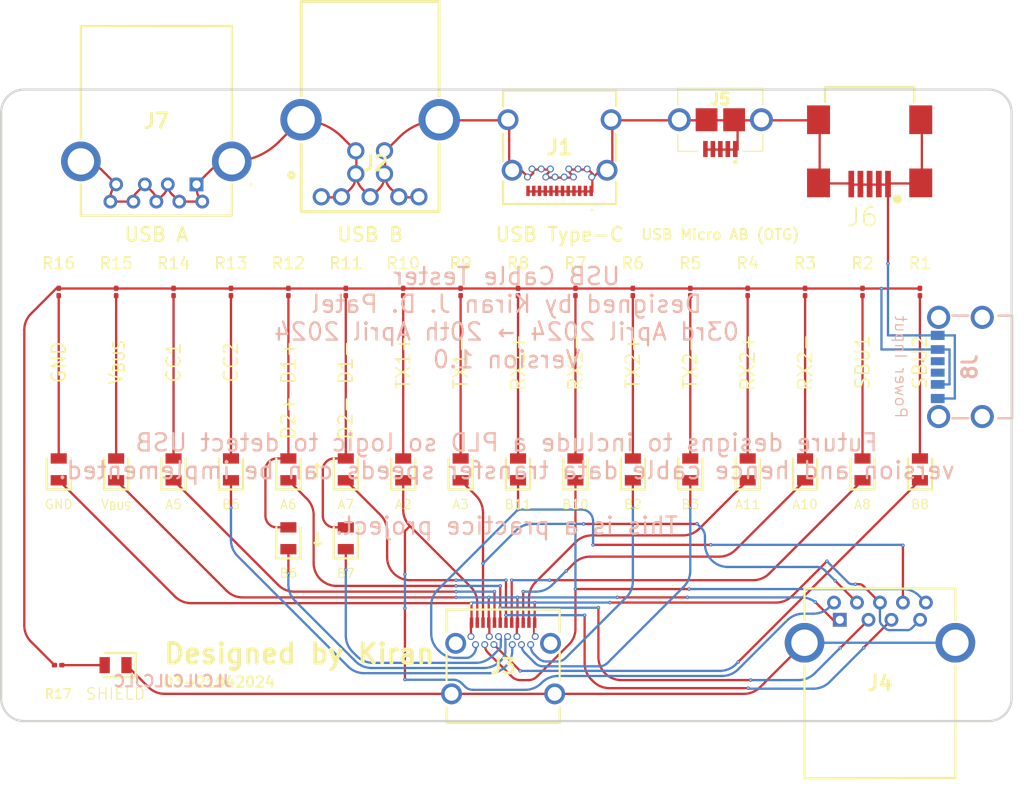
<source format=kicad_pcb>
(kicad_pcb (version 20240108) (generator "pcbnew") (generator_version "8.0")
  (layers (0 "F.Cu" signal) (31 "B.Cu" signal) (34 "B.Paste" user) (35 "F.Paste" user) (36 "B.SilkS" user "B.Silkscreen") (37 "F.SilkS" user "F.Silkscreen") (38 "B.Mask" user) (39 "F.Mask" user) (44 "Edge.Cuts" user))
  (net 0 "")
  (net 1 "+3V3")
  (net 2 "Net-(LED1-A)")
  (net 3 "Net-(LED2-A)")
  (net 4 "Net-(LED3-A)")
  (net 5 "Net-(LED4-A)")
  (net 6 "Net-(LED5-A)")
  (net 7 "Net-(LED6-A)")
  (net 8 "Net-(LED7-A)")
  (net 9 "Net-(LED8-A)")
  (net 10 "Net-(LED9-A)")
  (net 11 "Net-(LED10-A)")
  (net 12 "Net-(LED11-A)")
  (net 13 "Net-(LED13-A)")
  (net 14 "Net-(LED14-A)")
  (net 15 "Net-(LED15-A)")
  (net 16 "Net-(LED16-A)")
  (net 17 "A6")
  (net 18 "GND")
  (net 19 "A8")
  (net 20 "A11")
  (net 21 "A3")
  (net 22 "B5")
  (net 23 "A7")
  (net 24 "A5")
  (net 25 "B8")
  (net 26 "A10")
  (net 27 "B11")
  (net 28 "Net-(LED17-A)")
  (net 29 "V_{BUS}")
  (net 30 "SHIELD")
  (net 31 "Net-(LED19-A)")
  (net 32 "B7")
  (net 33 "A2")
  (net 34 "B10")
  (net 35 "B6")
  (net 36 "B3")
  (net 37 "B2")
  (net 38 "GNDPWR")
  (footprint "USBAB2:USB309030A" (layer "F.Cu") (at 122.635 32.6275 180)
    (property "Reference" "J5")
    (property "Value" "USB_OTG_MICRO" (hide yes))
  )
  (footprint "Resistor_SMD:R_0201_0603Metric" (layer "F.Cu") (at 100.015 47.6275 90)
    (property "Reference" "R9")
    (property "Value" "R" (hide yes))
  )
  (footprint "APHCM2012SECK-F01 SMD LED:LEDC2012X50N" (layer "F.Cu") (at 85.015 69.0775 90)
    (property "Reference" "LED11" (hide yes))
    (property "Value" "D2+" (hide yes))
  )
  (footprint "Resistor_SMD:R_0201_0603Metric" (layer "F.Cu") (at 120.015 47.6275 90)
    (property "Reference" "R5")
    (property "Value" "R" (hide yes))
  )
  (footprint "APHCM2012SECK-F01 SMD LED:LEDC2012X50N" (layer "F.Cu") (at 120.015 63.0775 90)
    (property "Reference" "LED5" (hide yes))
    (property "Value" "TX2-" (hide yes))
  )
  (footprint "Resistor_SMD:R_0201_0603Metric" (layer "F.Cu") (at 80.015 47.6275 90)
    (property "Reference" "R13")
    (property "Value" "R" (hide yes))
  )
  (footprint "Resistor_SMD:R_0201_0603Metric" (layer "F.Cu") (at 130.015 47.6275 90)
    (property "Reference" "R3")
    (property "Value" "R" (hide yes))
  )
  (footprint "Resistor_SMD:R_0201_0603Metric" (layer "F.Cu") (at 115.015 47.6275 90)
    (property "Reference" "R6")
    (property "Value" "R" (hide yes))
  )
  (footprint "APHCM2012SECK-F01 SMD LED:LEDC2012X50N" (layer "F.Cu") (at 130.015 63.0775 90)
    (property "Reference" "LED3" (hide yes))
    (property "Value" "RX2-" (hide yes))
  )
  (footprint "USBBMini2:GCT_USB2066-05-RBHM-XX-STB-00-01-A_REVD" (layer "F.Cu") (at 135.635 35.6275 180)
    (property "Reference" "J6")
    (property "Value" "USB Mini B")
  )
  (footprint "USB4056-03-A Type C Socket:USB405603A" (layer "F.Cu") (at 103.715 82.6275)
    (property "Reference" "J3")
    (property "Value" "USB_C_Receptacle" (hide yes))
  )
  (footprint "APHCM2012SECK-F01 SMD LED:LEDC2012X50N" (layer "F.Cu") (at 75.015 63.0775 90)
    (property "Reference" "LED14" (hide yes))
    (property "Value" "CC1" (hide yes))
  )
  (footprint "USBA3:USB1135159LB" (layer "F.Cu") (at 77.015 38.2575 180)
    (property "Reference" "J7")
    (property "Value" "USB3_A" (hide yes))
  )
  (footprint "USBA3:USB1135159LB" (layer "F.Cu") (at 133.035 76.1775)
    (property "Reference" "J4")
    (property "Value" "USB3_A" (hide yes))
  )
  (footprint "Resistor_SMD:R_0201_0603Metric" (layer "F.Cu") (at 140.015 47.6275 90)
    (property "Reference" "R1")
    (property "Value" "R" (hide yes))
  )
  (footprint "USB4056-03-A Type C Socket:USB405603A" (layer "F.Cu") (at 108.635 32.6275 180)
    (property "Reference" "J1")
    (property "Value" "USB_C_Receptacle" (hide yes))
  )
  (footprint "APHCM2012SECK-F01 SMD LED:LEDC2012X50N" (layer "F.Cu") (at 100.015 63.0775 90)
    (property "Reference" "LED9" (hide yes))
    (property "Value" "TX1-" (hide yes))
  )
  (footprint "Resistor_SMD:R_0201_0603Metric" (layer "F.Cu") (at 105.015 47.6275 90)
    (property "Reference" "R8")
    (property "Value" "R" (hide yes))
  )
  (footprint "APHCM2012SECK-F01 SMD LED:LEDC2012X50N" (layer "F.Cu") (at 140.015 63.0775 90)
    (property "Reference" "LED1" (hide yes))
    (property "Value" "SBU2" (hide yes))
  )
  (footprint "APHCM2012SECK-F01 SMD LED:LEDC2012X50N" (layer "F.Cu") (at 125.015 63.0775 90)
    (property "Reference" "LED4" (hide yes))
    (property "Value" "RX2+" (hide yes))
  )
  (footprint "USBB3:WR-COM_USB_TYPE_B" (layer "F.Cu") (at 92.135 32.6275 180)
    (property "Reference" "J2")
    (property "Value" "USB3_B" (hide yes))
  )
  (footprint "APHCM2012SECK-F01 SMD LED:LEDC2012X50N" (layer "F.Cu") (at 65.015 63.0775 90)
    (property "Reference" "LED16" (hide yes))
    (property "Value" "GND" (hide yes))
  )
  (footprint "Resistor_SMD:R_0201_0603Metric" (layer "F.Cu") (at 65.015 47.6275 90)
    (property "Reference" "R16")
    (property "Value" "R" (hide yes))
  )
  (footprint "APHCM2012SECK-F01 SMD LED:LEDC2012X50N" (layer "F.Cu") (at 80.015 63.0775 90)
    (property "Reference" "LED13" (hide yes))
    (property "Value" "CC2" (hide yes))
  )
  (footprint "APHCM2012SECK-F01 SMD LED:LEDC2012X50N" (layer "F.Cu") (at 90.015 63.0775 90)
    (property "Reference" "LED17" (hide yes))
    (property "Value" "D1-" (hide yes))
  )
  (footprint "APHCM2012SECK-F01 SMD LED:LEDC2012X50N" (layer "F.Cu") (at 105.015 63.0775 90)
    (property "Reference" "LED8" (hide yes))
    (property "Value" "RX1+" (hide yes))
  )
  (footprint "APHCM2012SECK-F01 SMD LED:LEDC2012X50N" (layer "F.Cu") (at 90.015 69.0775 90)
    (property "Reference" "LED18" (hide yes))
    (property "Value" "D2-" (hide yes))
  )
  (footprint "APHCM2012SECK-F01 SMD LED:LEDC2012X50N" (layer "F.Cu") (at 85.015 63.0775 90)
    (property "Reference" "LED12" (hide yes))
    (property "Value" "D1+" (hide yes))
  )
  (footprint "Resistor_SMD:R_0201_0603Metric" (layer "F.Cu") (at 125.015 47.6275 90)
    (property "Reference" "R4")
    (property "Value" "R" (hide yes))
  )
  (footprint "APHCM2012SECK-F01 SMD LED:LEDC2012X50N" (layer "F.Cu") (at 69.965 80.1275 180)
    (property "Reference" "LED19" (hide yes))
    (property "Value" "SHIELD" (hide yes))
  )
  (footprint "APHCM2012SECK-F01 SMD LED:LEDC2012X50N" (layer "F.Cu") (at 115.015 63.0775 90)
    (property "Reference" "LED6" (hide yes))
    (property "Value" "TX2+" (hide yes))
  )
  (footprint "Resistor_SMD:R_0201_0603Metric" (layer "F.Cu") (at 135.015 47.6275 90)
    (property "Reference" "R2")
    (property "Value" "R" (hide yes))
  )
  (footprint "Resistor_SMD:R_0201_0603Metric" (layer "F.Cu") (at 70.015 47.6275 90)
    (property "Reference" "R15")
    (property "Value" "R" (hide yes))
  )
  (footprint "Resistor_SMD:R_0201_0603Metric" (layer "F.Cu") (at 85.015 47.6275 90)
    (property "Reference" "R12")
    (property "Value" "R" (hide yes))
  )
  (footprint "Resistor_SMD:R_0201_0603Metric" (layer "F.Cu") (at 95.015 47.6275 90)
    (property "Reference" "R10")
    (property "Value" "R" (hide yes))
  )
  (footprint "APHCM2012SECK-F01 SMD LED:LEDC2012X50N" (layer "F.Cu") (at 110.015 63.0775 90)
    (property "Reference" "LED7" (hide yes))
    (property "Value" "RX1-" (hide yes))
  )
  (footprint "Resistor_SMD:R_0201_0603Metric" (layer "F.Cu") (at 110.015 47.6275 90)
    (property "Reference" "R7")
    (property "Value" "R" (hide yes))
  )
  (footprint "APHCM2012SECK-F01 SMD LED:LEDC2012X50N" (layer "F.Cu") (at 95.015 63.0775 90)
    (property "Reference" "LED10" (hide yes))
    (property "Value" "TX1+" (hide yes))
  )
  (footprint "Resistor_SMD:R_0201_0603Metric" (layer "F.Cu") (at 90.015 47.6275 90)
    (property "Reference" "R11")
    (property "Value" "R" (hide yes))
  )
  (footprint "Resistor_SMD:R_0201_0603Metric" (layer "F.Cu") (at 75.015 47.6275 90)
    (property "Reference" "R14")
    (property "Value" "R" (hide yes))
  )
  (footprint "Resistor_SMD:R_0201_0603Metric" (layer "F.Cu") (at 64.965 80.1275 180)
    (property "Reference" "R17")
    (property "Value" "R" (hide yes))
  )
  (footprint "APHCM2012SECK-F01 SMD LED:LEDC2012X50N" (layer "F.Cu") (at 135.015 63.0775 90)
    (property "Reference" "LED2" (hide yes))
    (property "Value" "SBU1" (hide yes))
  )
  (footprint "APHCM2012SECK-F01 SMD LED:LEDC2012X50N" (layer "F.Cu") (at 70.015 63.0775 90)
    (property "Reference" "LED15" (hide yes))
    (property "Value" "V_{BUS}" (hide yes))
  )
  (footprint "USBCPWR:USB4125GFA" (layer "B.Cu") (at 144.343 54.1575 -90)
    (property "Reference" "J8")
    (property "Value" "USB_C_Receptacle_PowerOnly_6P" (hide yes))
  )
  (gr_arc (start 62 85) (mid 60.585786 84.414214) (end 60 83) (stroke (width 0.2)) (layer "Edge.Cuts"))
  (gr_arc (start 60 32) (mid 60.585786 30.585786) (end 62 30) (stroke (width 0.2)) (layer "Edge.Cuts"))
  (gr_line (start 60 83) (end 60 32) (stroke (width 0.2)) (layer "Edge.Cuts"))
  (gr_arc (start 146 30) (mid 147.414214 30.585786) (end 148 32) (stroke (width 0.2)) (layer "Edge.Cuts"))
  (gr_line (start 146 85) (end 62 85) (stroke (width 0.2)) (layer "Edge.Cuts"))
  (gr_line (start 62 30) (end 146 30) (stroke (width 0.2)) (layer "Edge.Cuts"))
  (gr_arc (start 148 83) (mid 147.414214 84.414214) (end 146 85) (stroke (width 0.2)) (layer "Edge.Cuts"))
  (gr_line (start 148 32) (end 148 83) (stroke (width 0.2)) (layer "Edge.Cuts"))
  (gr_text "JLCJLCJLCJLC" (at 80.2 82.1 0) (layer "B.SilkS") (effects (font (size 1 1) (thickness 0.1875)) (justify left bottom mirror)))
  (gr_text "USB Cable Tester\nDesigned by Kiran J. D. Patel\n03rd April 2024 → 20th April 2024\nVersion 1.0\n\n\nFuture designs to include a PLD so logic to detect USB\nversion and hence cable data transfer speeds can be implemented.\n\nThis is a practice project." (at 104.015 57.1275 0) (layer "B.SilkS") (effects (font (size 1.5 1.5) (thickness 0.2)) (justify mirror)))
  (gr_text "Designed by Kiran" (at 74.015 80.1275 0) (layer "F.SilkS") (effects (font (size 1.7 1.7) (thickness 0.34) (bold yes)) (justify left bottom)))
  (gr_text "↓" (at 87.565 69.0775 0) (layer "F.SilkS") (effects (font (size 1.5 1.5) (thickness 0.1875))))
  (gr_text "↑" (at 87.515 63.0775 0) (layer "F.SilkS") (effects (font (size 1.5 1.5) (thickness 0.1875))))
  (gr_text "03→21042024" (at 74.015 82.1275 0) (layer "F.SilkS") (effects (font (size 0.9 0.9) (thickness 0.18)) (justify left bottom)))
  (segment (start 64.815001 47.3075) (end 65.015 47.3075) (width 0.2) (layer "F.Cu") (net 1))
  (segment (start 139.93 47.3275) (end 136.665 47.3275) (width 0.2) (layer "F.Cu") (net 1))
  (segment (start 64.645 80.1275) (end 62.600786 78.083286) (width 0.2) (layer "F.Cu") (net 1))
  (segment (start 62.600787 49.521714) (end 64.815001 47.3075) (width 0.2) (layer "F.Cu") (net 1))
  (segment (start 136.665 47.3275) (end 65.1 47.3275) (width 0.2) (layer "F.Cu") (net 1))
  (segment (start 65.1 47.3275) (end 65.015 47.4125) (width 0.2) (layer "F.Cu") (net 1))
  (segment (start 140.015 47.4125) (end 139.93 47.3275) (width 0.2) (layer "F.Cu") (net 1))
  (segment (start 62.015 76.669073) (end 62.015 50.935928) (width 0.2) (layer "F.Cu") (net 1))
  (via micro (at 136.665 47.3275) (size 0.3) (drill 0.1) (layers "F.Cu" "B.Cu") (net 1))
  (arc (start 62.015 50.935928) (mid 62.167241 50.170561) (end 62.600787 49.521714) (width 0.2) (layer "F.Cu") (net 1))
  (arc (start 62.600786 78.083286) (mid 62.167241 77.43444) (end 62.015 76.669073) (width 0.2) (layer "F.Cu") (net 1))
  (segment (start 141.565 52.6375) (end 142.593 52.6375) (width 0.2) (layer "B.Cu") (net 1))
  (segment (start 136.665 52.6375) (end 141.565 52.6375) (width 0.2) (layer "B.Cu") (net 1))
  (segment (start 136.665 47.3275) (end 136.665 52.6375) (width 0.2) (layer "B.Cu") (net 1))
  (segment (start 142.593 55.6775) (end 141.565 55.6775) (width 0.2) (layer "B.Cu") (net 1))
  (segment (start 142.593 52.6375) (end 142.593 55.6775) (width 0.2) (layer "B.Cu") (net 1))
  (segment (start 140.015 48.0525) (end 140.015 62.1275) (width 0.2) (layer "F.Cu") (net 2))
  (segment (start 135.015 48.0525) (end 135.015 62.1275) (width 0.2) (layer "F.Cu") (net 3))
  (segment (start 130.015 48.0525) (end 130.015 62.1275) (width 0.2) (layer "F.Cu") (net 4))
  (segment (start 125.015 48.0525) (end 125.015 62.1275) (width 0.2) (layer "F.Cu") (net 5))
  (segment (start 120.015 48.0525) (end 120.015 62.1275) (width 0.2) (layer "F.Cu") (net 6))
  (segment (start 115.015 48.0525) (end 115.015 62.1275) (width 0.2) (layer "F.Cu") (net 7))
  (segment (start 110.015 48.0525) (end 110.015 62.1275) (width 0.2) (layer "F.Cu") (net 8))
  (segment (start 105.015 48.0525) (end 105.015 62.1275) (width 0.2) (layer "F.Cu") (net 9))
  (segment (start 100.015 48.0525) (end 100.015 62.1275) (width 0.2) (layer "F.Cu") (net 10))
  (segment (start 95.015 48.0525) (end 95.015 62.1275) (width 0.2) (layer "F.Cu") (net 11))
  (segment (start 85.012833 68.125333) (end 85.015 68.1275) (width 0.2) (layer "F.Cu") (net 12))
  (segment (start 85.015 48.0525) (end 85.015 62.1275) (width 0.2) (layer "F.Cu") (net 12))
  (segment (start 85.015 68.1275) (end 85.015 68.1275) (width 0.2) (layer "F.Cu") (net 12))
  (segment (start 83.916722 68.125333) (end 85.012833 68.125333) (width 0.2) (layer "F.Cu") (net 12))
  (segment (start 83.015 63.1275) (end 83.015 67.1275) (width 0.2) (layer "F.Cu") (net 12))
  (segment (start 85.015 62.1275) (end 85.015 62.1275) (width 0.2) (layer "F.Cu") (net 12))
  (segment (start 85.015 62.1275) (end 84.015 62.1275) (width 0.2) (layer "F.Cu") (net 12))
  (arc (start 83.015 67.1275) (mid 83.274049 67.799059) (end 83.916722 68.125333) (width 0.2) (layer "F.Cu") (net 12))
  (arc (start 84.015 62.1275) (mid 83.307893 62.420393) (end 83.015 63.1275) (width 0.2) (layer "F.Cu") (net 12))
  (segment (start 80.015 48.0525) (end 80.015 62.1275) (width 0.2) (layer "F.Cu") (net 13))
  (segment (start 75.015 48.0525) (end 75.015 62.1275) (width 0.2) (layer "F.Cu") (net 14))
  (segment (start 70.015 48.0525) (end 70.015 62.1275) (width 0.2) (layer "F.Cu") (net 15))
  (segment (start 65.015 48.0525) (end 65.015 62.1275) (width 0.2) (layer "F.Cu") (net 16))
  (segment (start 89.215 73.2275) (end 99.615 73.2275) (width 0.2) (layer "F.Cu") (net 17))
  (segment (start 133.085 78.6275) (end 135.535 76.1775) (width 0.2) (layer "F.Cu") (net 17))
  (segment (start 87.215 67.055927) (end 87.215 71.2275) (width 0.2) (layer "F.Cu") (net 17))
  (segment (start 112.015 75.1275) (end 112.015 79.4275) (width 0.2) (layer "F.Cu") (net 17))
  (segment (start 114.015 81.4275) (end 125.265 81.4275) (width 0.2) (layer "F.Cu") (net 17))
  (segment (start 133.065 78.6275) (end 133.085 78.6275) (width 0.2) (layer "F.Cu") (net 17))
  (segment (start 103.465 76.4275) (end 103.465 73.2275) (width 0.2) (layer "F.Cu") (net 17))
  (segment (start 85.015 64.0275) (end 86.629214 65.641714) (width 0.2) (layer "F.Cu") (net 17))
  (via micro (at 99.615 73.2275) (size 0.3) (drill 0.1) (layers "F.Cu" "B.Cu") (net 17))
  (via micro (at 125.265 81.4275) (size 0.3) (drill 0.1) (layers "F.Cu" "B.Cu") (net 17))
  (via micro (at 133.065 78.6275) (size 0.3) (drill 0.1) (layers "F.Cu" "B.Cu") (net 17))
  (via micro (at 103.465 75.1275) (size 0.3) (drill 0.1) (layers "F.Cu" "B.Cu") (net 17))
  (via micro (at 103.465 73.2275) (size 0.3) (drill 0.1) (layers "F.Cu" "B.Cu") (net 17))
  (via micro (at 112.015 75.1275) (size 0.3) (drill 0.1) (layers "F.Cu" "B.Cu") (net 17))
  (arc (start 89.215 73.2275) (mid 87.800786 72.641714) (end 87.215 71.2275) (width 0.2) (layer "F.Cu") (net 17))
  (arc (start 114.015 81.4275) (mid 112.600786 80.841714) (end 112.015 79.4275) (width 0.2) (layer "F.Cu") (net 17))
  (arc (start 86.629214 65.641714) (mid 87.062759 66.29056) (end 87.215 67.055927) (width 0.2) (layer "F.Cu") (net 17))
  (segment (start 112.015 75.1275) (end 103.465 75.1275) (width 0.2) (layer "B.Cu") (net 17))
  (segment (start 103.465 73.2275) (end 99.615 73.2275) (width 0.2) (layer "B.Cu") (net 17))
  (segment (start 130.850787 80.841713) (end 133.065 78.6275) (width 0.2) (layer "B.Cu") (net 17))
  (segment (start 125.265 81.4275) (end 129.436573 81.4275) (width 0.2) (layer "B.Cu") (net 17))
  (arc (start 130.850787 80.841713) (mid 130.20194 81.275259) (end 129.436573 81.4275) (width 0.2) (layer "B.Cu") (net 17))
  (segment (start 106.465 76.614527) (end 106.465 76.4275) (width 0.1524) (layer "F.Cu") (net 18))
  (segment (start 106.39 77.1775) (end 106.39 77.5125) (width 0.1524) (layer "F.Cu") (net 18))
  (segment (start 106.39 77.5125) (end 106.515 77.6375) (width 0.1524) (layer "F.Cu") (net 18))
  (segment (start 65.015 64.0275) (end 75.129214 74.141714) (width 0.2) (layer "F.Cu") (net 18))
  (segment (start 106.3912 77.1763) (end 106.3912 76.688327) (width 0.1524) (layer "F.Cu") (net 18))
  (segment (start 113.015 74.6775) (end 127.486573 74.6775) (width 0.2) (layer "F.Cu") (net 18))
  (segment (start 106.465 76.4275) (end 106.465 74.6775) (width 0.2) (layer "F.Cu") (net 18))
  (segment (start 135.081447 73.223947) (end 136.535 74.6775) (width 0.2) (layer "F.Cu") (net 18))
  (segment (start 106.3912 76.688327) (end 106.465 76.614527) (width 0.1524) (layer "F.Cu") (net 18))
  (segment (start 128.900787 74.091713) (end 131.915 71.0775) (width 0.2) (layer "F.Cu") (net 18))
  (segment (start 100.965 74.7275) (end 100.965 76.4275) (width 0.2) (layer "F.Cu") (net 18))
  (segment (start 76.543427 74.7275) (end 100.965 74.7275) (width 0.2) (layer "F.Cu") (net 18))
  (segment (start 100.915 76.4775) (end 100.965 76.4275) (width 0.2) (layer "F.Cu") (net 18))
  (segment (start 134.395 73.0775) (end 134.727893 73.0775) (width 0.2) (layer "F.Cu") (net 18))
  (segment (start 100.915 77.6375) (end 100.915 76.4775) (width 0.2) (layer "F.Cu") (net 18))
  (via micro (at 100.965 74.7275) (size 0.3) (drill 0.1) (layers "F.Cu" "B.Cu") (net 18))
  (via micro (at 113.015 74.6775) (size 0.3) (drill 0.1) (layers "F.Cu" "B.Cu") (net 18))
  (via micro (at 134.395 73.0775) (size 0.3) (drill 0.1) (layers "F.Cu" "B.Cu") (net 18))
  (via micro (at 131.915 71.0775) (size 0.3) (drill 0.1) (layers "F.Cu" "B.Cu") (net 18))
  (via micro (at 106.465 74.6775) (size 0.3) (drill 0.1) (layers "F.Cu" "B.Cu") (net 18))
  (arc (start 75.129214 74.141714) (mid 75.77806 74.575259) (end 76.543427 74.7275) (width 0.2) (layer "F.Cu") (net 18))
  (arc (start 127.486573 74.6775) (mid 128.25194 74.525259) (end 128.900787 74.091713) (width 0.2) (layer "F.Cu") (net 18))
  (arc (start 134.727893 73.0775) (mid 134.919235 73.11556) (end 135.081447 73.223947) (width 0.2) (layer "F.Cu") (net 18))
  (segment (start 134.395 73.0775) (end 134.122107 73.0775) (width 0.2) (layer "B.Cu") (net 18))
  (segment (start 133.768553 72.931053) (end 131.915 71.0775) (width 0.2) (layer "B.Cu") (net 18))
  (segment (start 138.927893 77.0775) (end 137.369314 77.0775) (width 0.2) (layer "B.Cu") (net 18))
  (segment (start 106.465 74.6775) (end 101.015 74.6775) (width 0.2) (layer "B.Cu") (net 18))
  (segment (start 136.535 76.243186) (end 136.535 74.6775) (width 0.2) (layer "B.Cu") (net 18))
  (segment (start 101.015 74.6775) (end 100.965 74.7275) (width 0.2) (layer "B.Cu") (net 18))
  (segment (start 106.465 74.6775) (end 113.015 74.6775) (width 0.2) (layer "B.Cu") (net 18))
  (segment (start 140.035 76.1775) (end 139.281446 76.931054) (width 0.2) (layer "B.Cu") (net 18))
  (segment (start 137.01576 76.931053) (end 136.681446 76.596739) (width 0.2) (layer "B.Cu") (net 18))
  (arc (start 133.768553 72.931053) (mid 133.930765 73.03944) (end 134.122107 73.0775) (width 0.2) (layer "B.Cu") (net 18))
  (arc (start 136.535 76.243186) (mid 136.57306 76.434527) (end 136.681446 76.596739) (width 0.2) (layer "B.Cu") (net 18))
  (arc (start 138.927893 77.0775) (mid 139.119234 77.03944) (end 139.281446 76.931054) (width 0.2) (layer "B.Cu") (net 18))
  (arc (start 137.01576 76.931053) (mid 137.177972 77.03944) (end 137.369314 77.0775) (width 0.2) (layer "B.Cu") (net 18))
  (segment (start 126.900787 72.141713) (end 135.015 64.0275) (width 0.2) (layer "F.Cu") (net 19))
  (segment (start 104.465 76.4275) (end 104.465 72.7275) (width 0.2) (layer "F.Cu") (net 19))
  (segment (start 107.765 72.7275) (end 125.486573 72.7275) (width 0.2) (layer "F.Cu") (net 19))
  (via micro (at 104.465 72.7275) (size 0.3) (drill 0.1) (layers "F.Cu" "B.Cu") (net 19))
  (via micro (at 107.765 72.7275) (size 0.3) (drill 0.1) (layers "F.Cu" "B.Cu") (net 19))
  (arc (start 125.486573 72.7275) (mid 126.25194 72.575259) (end 126.900787 72.141713) (width 0.2) (layer "F.Cu") (net 19))
  (segment (start 104.465 72.7275) (end 107.765 72.7275) (width 0.2) (layer "B.Cu") (net 19))
  (segment (start 105.965 74.305927) (end 105.965 76.4275) (width 0.2) (layer "F.Cu") (net 20))
  (segment (start 125.015 64.0275) (end 120.800787 68.241713) (width 0.2) (layer "F.Cu") (net 20))
  (segment (start 119.386573 68.8275) (end 111.443427 68.8275) (width 0.2) (layer "F.Cu") (net 20))
  (segment (start 110.029213 69.413287) (end 106.550786 72.891714) (width 0.2) (layer "F.Cu") (net 20))
  (arc (start 111.443427 68.8275) (mid 110.67806 68.979741) (end 110.029213 69.413287) (width 0.2) (layer "F.Cu") (net 20))
  (arc (start 105.965 74.305927) (mid 106.117241 73.54056) (end 106.550786 72.891714) (width 0.2) (layer "F.Cu") (net 20))
  (arc (start 120.800787 68.241713) (mid 120.15194 68.675259) (end 119.386573 68.8275) (width 0.2) (layer "F.Cu") (net 20))
  (segment (start 101.336116 65.348616) (end 100.015 64.0275) (width 0.2) (layer "F.Cu") (net 21))
  (segment (start 132.635 72.7775) (end 134.535 74.6775) (width 0.2) (layer "F.Cu") (net 21))
  (segment (start 101.965 71.2775) (end 101.965 66.866875) (width 0.2) (layer "F.Cu") (net 21))
  (segment (start 110.725 67.8275) (end 120.578602 67.8275) (width 0.2) (layer "F.Cu") (net 21))
  (segment (start 120.578602 67.8275) (end 120.596801 67.809301) (width 0.2) (layer "F.Cu") (net 21))
  (segment (start 101.965 76.4275) (end 101.965 71.2775) (width 0.2) (layer "F.Cu") (net 21))
  (via micro (at 110.725 67.8275) (size 0.3) (drill 0.1) (layers "F.Cu" "B.Cu") (net 21))
  (via micro (at 120.596801 67.809301) (size 0.3) (drill 0.1) (layers "F.Cu" "B.Cu") (net 21))
  (via micro (at 132.635 72.7775) (size 0.3) (drill 0.1) (layers "F.Cu" "B.Cu") (net 21))
  (via micro (at 101.965 71.2775) (size 0.3) (drill 0.1) (layers "F.Cu" "B.Cu") (net 21))
  (arc (start 101.965 66.866875) (mid 101.801558 66.045199) (end 101.336116 65.348616) (width 0.2) (layer "F.Cu") (net 21))
  (segment (start 110.725 67.8275) (end 106.243427 67.8275) (width 0.2) (layer "B.Cu") (net 21))
  (segment (start 104.829213 68.413287) (end 101.965 71.2775) (width 0.2) (layer "B.Cu") (net 21))
  (segment (start 110.725 67.8275) (end 110.695 67.8575) (width 0.2) (layer "B.Cu") (net 21))
  (segment (start 132.635 72.7775) (end 131.727893 71.870393) (width 0.2) (layer "B.Cu") (net 21))
  (segment (start 121.295 69.5775) (end 121.295 68.921714) (width 0.2) (layer "B.Cu") (net 21))
  (segment (start 131.020786 71.5775) (end 123.295 71.5775) (width 0.2) (layer "B.Cu") (net 21))
  (segment (start 121.002107 68.214607) (end 120.596801 67.809301) (width 0.2) (layer "B.Cu") (net 21))
  (arc (start 131.727893 71.870393) (mid 131.40347 71.65362) (end 131.020786 71.5775) (width 0.2) (layer "B.Cu") (net 21))
  (arc (start 104.829213 68.413287) (mid 105.47806 67.979741) (end 106.243427 67.8275) (width 0.2) (layer "B.Cu") (net 21))
  (arc (start 121.002107 68.214607) (mid 121.21888 68.53903) (end 121.295 68.921714) (width 0.2) (layer "B.Cu") (net 21))
  (arc (start 123.295 71.5775) (mid 121.880786 70.991714) (end 121.295 69.5775) (width 0.2) (layer "B.Cu") (net 21))
  (segment (start 80.015 66.4275) (end 80.015 64.0275) (width 0.2) (layer "F.Cu") (net 22))
  (via micro (at 80.015 66.4275) (size 0.3) (drill 0.1) (layers "F.Cu" "B.Cu") (net 22))
  (segment (start 104.515 78.8275) (end 104.515 78.3375) (width 0.2) (layer "B.Cu") (net 22))
  (segment (start 91.621854 80.8275) (end 102.515 80.8275) (width 0.2) (layer "B.Cu") (net 22))
  (segment (start 80.600787 70.63486) (end 90.207641 80.241714) (width 0.2) (layer "B.Cu") (net 22))
  (segment (start 80.015 66.4275) (end 80.015 69.220646) (width 0.2) (layer "B.Cu") (net 22))
  (arc (start 102.515 80.8275) (mid 103.929214 80.241714) (end 104.515 78.8275) (width 0.2) (layer "B.Cu") (net 22))
  (arc (start 80.600787 70.63486) (mid 80.167241 69.986013) (end 80.015 69.220646) (width 0.2) (layer "B.Cu") (net 22))
  (arc (start 91.621854 80.8275) (mid 90.856487 80.675259) (end 90.207641 80.241714) (width 0.2) (layer "B.Cu") (net 22))
  (segment (start 90.015 64.0275) (end 93.029214 67.041714) (width 0.2) (layer "F.Cu") (net 23))
  (segment (start 103.965 76.4275) (end 103.965 75.7775) (width 0.2) (layer "F.Cu") (net 23))
  (segment (start 99.615 72.7275) (end 95.615 72.7275) (width 0.2) (layer "F.Cu") (net 23))
  (segment (start 110.815 75.7775) (end 110.815 79.964758) (width 0.2) (layer "F.Cu") (net 23))
  (segment (start 135.115 78.5975) (end 135.115 78.6275) (width 0.2) (layer "F.Cu") (net 23))
  (segment (start 111.400787 81.378972) (end 111.566696 81.544881) (width 0.2) (layer "F.Cu") (net 23))
  (segment (start 137.535 76.1775) (end 135.115 78.5975) (width 0.2) (layer "F.Cu") (net 23))
  (segment (start 93.615 68.455927) (end 93.615 70.7275) (width 0.2) (layer "F.Cu") (net 23))
  (segment (start 103.965 75.7775) (end 103.965 72.7275) (width 0.2) (layer "F.Cu") (net 23))
  (segment (start 112.980909 82.130667) (end 125.057881 82.130667) (width 0.2) (layer "F.Cu") (net 23))
  (via micro (at 103.965 75.7775) (size 0.3) (drill 0.1) (layers "F.Cu" "B.Cu") (net 23))
  (via micro (at 110.815 75.7775) (size 0.3) (drill 0.1) (layers "F.Cu" "B.Cu") (net 23))
  (via micro (at 103.965 72.7275) (size 0.3) (drill 0.1) (layers "F.Cu" "B.Cu") (net 23))
  (via micro (at 135.115 78.6275) (size 0.3) (drill 0.1) (layers "F.Cu" "B.Cu") (net 23))
  (via micro (at 125.057881 82.130667) (size 0.3) (drill 0.1) (layers "F.Cu" "B.Cu") (net 23))
  (via micro (at 99.615 72.7275) (size 0.3) (drill 0.1) (layers "F.Cu" "B.Cu") (net 23))
  (arc (start 93.615 68.455927) (mid 93.462759 67.69056) (end 93.029214 67.041714) (width 0.2) (layer "F.Cu") (net 23))
  (arc (start 112.980909 82.130667) (mid 112.215542 81.978426) (end 111.566696 81.544881) (width 0.2) (layer "F.Cu") (net 23))
  (arc (start 95.615 72.7275) (mid 94.200786 72.141714) (end 93.615 70.7275) (width 0.2) (layer "F.Cu") (net 23))
  (arc (start 110.815 79.964758) (mid 110.967241 80.730125) (end 111.400787 81.378972) (width 0.2) (layer "F.Cu") (net 23))
  (segment (start 110.815 75.7775) (end 103.965 75.7775) (width 0.2) (layer "B.Cu") (net 23))
  (segment (start 103.965 72.7275) (end 99.615 72.7275) (width 0.2) (layer "B.Cu") (net 23))
  (segment (start 130.736573 82.1775) (end 125.065 82.1775) (width 0.2) (layer "B.Cu") (net 23))
  (segment (start 125.065 82.1775) (end 125.065 82.137786) (width 0.2) (layer "B.Cu") (net 23))
  (segment (start 135.115 78.6275) (end 132.150786 81.591714) (width 0.2) (layer "B.Cu") (net 23))
  (segment (start 125.065 82.137786) (end 125.057881 82.130667) (width 0.2) (layer "B.Cu") (net 23))
  (arc (start 130.736573 82.1775) (mid 131.50194 82.025259) (end 132.150786 81.591714) (width 0.2) (layer "B.Cu") (net 23))
  (segment (start 99.615 73.7275) (end 85.543427 73.7275) (width 0.2) (layer "F.Cu") (net 24))
  (segment (start 102.965 73.7275) (end 102.965 76.4275) (width 0.2) (layer "F.Cu") (net 24))
  (segment (start 84.129213 73.141713) (end 75.015 64.0275) (width 0.2) (layer "F.Cu") (net 24))
  (via micro (at 99.615 73.7275) (size 0.3) (drill 0.1) (layers "F.Cu" "B.Cu") (net 24))
  (via micro (at 102.965 73.7275) (size 0.3) (drill 0.1) (layers "F.Cu" "B.Cu") (net 24))
  (arc (start 85.543427 73.7275) (mid 84.77806 73.575259) (end 84.129213 73.141713) (width 0.2) (layer "F.Cu") (net 24))
  (segment (start 102.965 73.7275) (end 99.615 73.7275) (width 0.2) (layer "B.Cu") (net 24))
  (segment (start 105.205 80.6275) (end 102.915 78.3375) (width 0.2) (layer "F.Cu") (net 25))
  (segment (start 124.19 79.8525) (end 140.015 64.0275) (width 0.2) (layer "F.Cu") (net 25))
  (via micro (at 124.19 79.8525) (size 0.3) (drill 0.1) (layers "F.Cu" "B.Cu") (net 25))
  (via micro (at 105.205 80.6275) (size 0.3) (drill 0.1) (layers "F.Cu" "B.Cu") (net 25))
  (segment (start 105.205 80.6275) (end 122.586573 80.6275) (width 0.2) (layer "B.Cu") (net 25))
  (segment (start 124.187286 79.8525) (end 124.19 79.8525) (width 0.2) (layer "B.Cu") (net 25))
  (segment (start 123.906827 80.132959) (end 124.187286 79.8525) (width 0.2) (layer "B.Cu") (net 25))
  (arc (start 122.586573 80.6275) (mid 123.291079 80.49932) (end 123.906827 80.132959) (width 0.2) (layer "B.Cu") (net 25))
  (segment (start 111.293427 70.6775) (end 122.536573 70.6775) (width 0.2) (layer "F.Cu") (net 26))
  (segment (start 105.465 76.4275) (end 105.465 73.7275) (width 0.2) (layer "F.Cu") (net 26))
  (segment (start 109.215 71.9275) (end 109.879214 71.263286) (width 0.2) (layer "F.Cu") (net 26))
  (segment (start 123.950787 70.091713) (end 130.015 64.0275) (width 0.2) (layer "F.Cu") (net 26))
  (via micro (at 109.215 71.9275) (size 0.3) (drill 0.1) (layers "F.Cu" "B.Cu") (net 26))
  (via micro (at 105.465 73.7275) (size 0.3) (drill 0.1) (layers "F.Cu" "B.Cu") (net 26))
  (arc (start 109.879214 71.263286) (mid 110.52806 70.829741) (end 111.293427 70.6775) (width 0.2) (layer "F.Cu") (net 26))
  (arc (start 123.950787 70.091713) (mid 123.30194 70.525259) (end 122.536573 70.6775) (width 0.2) (layer "F.Cu") (net 26))
  (segment (start 105.465 73.7275) (end 106.57297 73.7275) (width 0.2) (layer "B.Cu") (net 26))
  (segment (start 109.201397 71.9275) (end 109.215 71.9275) (width 0.2) (layer "B.Cu") (net 26))
  (segment (start 107.987184 73.141713) (end 109.201397 71.9275) (width 0.2) (layer "B.Cu") (net 26))
  (arc (start 107.987184 73.141713) (mid 107.338337 73.575259) (end 106.57297 73.7275) (width 0.2) (layer "B.Cu") (net 26))
  (segment (start 111.55 69.65) (end 121.8 69.65) (width 0.2) (layer "F.Cu") (net 27))
  (segment (start 138.535 69.7) (end 138.535 74.6775) (width 0.2) (layer "F.Cu") (net 27))
  (segment (start 105.015 66.5775) (end 105.015 64.0275) (width 0.2) (layer "F.Cu") (net 27))
  (via micro (at 138.535 69.7) (size 0.3) (drill 0.1) (layers "F.Cu" "B.Cu") (net 27))
  (via micro (at 121.8 69.65) (size 0.3) (drill 0.1) (layers "F.Cu" "B.Cu") (net 27))
  (via micro (at 111.55 69.65) (size 0.3) (drill 0.1) (layers "F.Cu" "B.Cu") (net 27))
  (via micro (at 105.015 66.5775) (size 0.3) (drill 0.1) (layers "F.Cu" "B.Cu") (net 27))
  (segment (start 97.452722 77.374295) (end 97.452722 74.839179) (width 0.2) (layer "B.Cu") (net 27))
  (segment (start 111.55 69.65) (end 111.55 67.5775) (width 0.2) (layer "B.Cu") (net 27))
  (segment (start 98.156524 78.906524) (end 98.038508 78.788508) (width 0.2) (layer "B.Cu") (net 27))
  (segment (start 100.651179 79.492311) (end 99.570738 79.492311) (width 0.2) (layer "B.Cu") (net 27))
  (segment (start 138.485 69.65) (end 121.8 69.65) (width 0.2) (layer "B.Cu") (net 27))
  (segment (start 101.365 78.3875) (end 101.365 78.5275) (width 0.2) (layer "B.Cu") (net 27))
  (segment (start 110.55 66.5775) (end 105.015 66.5775) (width 0.2) (layer "B.Cu") (net 27))
  (segment (start 98.036574 73.555926) (end 105.015 66.5775) (width 0.2) (layer "B.Cu") (net 27))
  (segment (start 138.535 69.7) (end 138.485 69.65) (width 0.2) (layer "B.Cu") (net 27))
  (segment (start 101.315 78.3375) (end 101.365 78.3875) (width 0.2) (layer "B.Cu") (net 27))
  (arc (start 101.365 78.5275) (mid 101.165779 79.126021) (end 100.651179 79.492311) (width 0.2) (layer "B.Cu") (net 27))
  (arc (start 110.55 66.5775) (mid 111.257107 66.870393) (end 111.55 67.5775) (width 0.2) (layer "B.Cu") (net 27))
  (arc (start 98.038508 78.788508) (mid 97.604963 78.139662) (end 97.452722 77.374295) (width 0.2) (layer "B.Cu") (net 27))
  (arc (start 97.452722 74.839179) (mid 97.629074 74.144729) (end 98.036574 73.555926) (width 0.2) (layer "B.Cu") (net 27))
  (arc (start 98.156524 78.906524) (mid 98.805371 79.34007) (end 99.570738 79.492311) (width 0.2) (layer "B.Cu") (net 27))
  (segment (start 90.015 62.1275) (end 90.015 62.1275) (width 0.2) (layer "F.Cu") (net 28))
  (segment (start 88.015 63.1275) (end 88.015 67.1275) (width 0.2) (layer "F.Cu") (net 28))
  (segment (start 90.015 68.1275) (end 90.015 68.1275) (width 0.2) (layer "F.Cu") (net 28))
  (segment (start 90.012833 68.125333) (end 90.015 68.1275) (width 0.2) (layer "F.Cu") (net 28))
  (segment (start 90.015 62.1275) (end 89.015 62.1275) (width 0.2) (layer "F.Cu") (net 28))
  (segment (start 88.916722 68.125333) (end 90.012833 68.125333) (width 0.2) (layer "F.Cu") (net 28))
  (segment (start 90.015 47.9925) (end 90.015 62.1275) (width 0.2) (layer "F.Cu") (net 28))
  (arc (start 88.015 67.1275) (mid 88.274049 67.799059) (end 88.916722 68.125333) (width 0.2) (layer "F.Cu") (net 28))
  (arc (start 89.015 62.1275) (mid 88.307893 62.420393) (end 88.015 63.1275) (width 0.2) (layer "F.Cu") (net 28))
  (segment (start 104.915 77.6375) (end 104.915 76.4775) (width 0.2) (layer "F.Cu") (net 29))
  (segment (start 102.515 76.4775) (end 102.465 76.4275) (width 0.2) (layer "F.Cu") (net 29))
  (segment (start 104.915 76.4775) (end 104.965 76.4275) (width 0.2) (layer "F.Cu") (net 29))
  (segment (start 79.629213 73.641713) (end 70.015 64.0275) (width 0.2) (layer "F.Cu") (net 29))
  (segment (start 132.444525 76.1775) (end 130.896432 74.629407) (width 0.2) (layer "F.Cu") (net 29))
  (segment (start 119.765 74.2275) (end 113.665 74.2275) (width 0.2) (layer "F.Cu") (net 29))
  (segment (start 104.965 74.2275) (end 104.965 76.4275) (width 0.2) (layer "F.Cu") (net 29))
  (segment (start 102.515 77.6375) (end 102.515 76.4775) (width 0.2) (layer "F.Cu") (net 29))
  (segment (start 102.465 76.4275) (end 102.465 74.2275) (width 0.2) (layer "F.Cu") (net 29))
  (segment (start 99.615 74.2275) (end 81.043427 74.2275) (width 0.2) (layer "F.Cu") (net 29))
  (segment (start 133.035 76.1775) (end 132.444525 76.1775) (width 0.2) (layer "F.Cu") (net 29))
  (via micro (at 119.765 74.2275) (size 0.3) (drill 0.1) (layers "F.Cu" "B.Cu") (net 29))
  (via micro (at 113.665 74.2275) (size 0.3) (drill 0.1) (layers "F.Cu" "B.Cu") (net 29))
  (via micro (at 130.896432 74.629407) (size 0.3) (drill 0.1) (layers "F.Cu" "B.Cu") (net 29))
  (via micro (at 102.465 74.2275) (size 0.3) (drill 0.1) (layers "F.Cu" "B.Cu") (net 29))
  (via micro (at 99.615 74.2275) (size 0.3) (drill 0.1) (layers "F.Cu" "B.Cu") (net 29))
  (via micro (at 104.965 74.2275) (size 0.3) (drill 0.1) (layers "F.Cu" "B.Cu") (net 29))
  (arc (start 79.629213 73.641713) (mid 80.27806 74.075259) (end 81.043427 74.2275) (width 0.2) (layer "F.Cu") (net 29))
  (segment (start 102.465 74.2275) (end 99.615 74.2275) (width 0.2) (layer "B.Cu") (net 29))
  (segment (start 129.679025 74.2275) (end 119.765 74.2275) (width 0.2) (layer "B.Cu") (net 29))
  (segment (start 104.965 74.2275) (end 113.665 74.2275) (width 0.2) (layer "B.Cu") (net 29))
  (segment (start 102.465 74.2275) (end 104.965 74.2275) (width 0.2) (layer "B.Cu") (net 29))
  (arc (start 130.896432 74.629407) (mid 130.320052 74.330579) (end 129.679025 74.2275) (width 0.2) (layer "B.Cu") (net 29))
  (segment (start 99.225 82.6275) (end 74.243427 82.6275) (width 0.2) (layer "F.Cu") (net 30))
  (segment (start 72.829213 82.041713) (end 70.915 80.1275) (width 0.2) (layer "F.Cu") (net 30))
  (segment (start 99.225 82.6275) (end 108.205 82.6275) (width 0.2) (layer "F.Cu") (net 30))
  (segment (start 108.205 82.6275) (end 124.686573 82.6275) (width 0.2) (layer "F.Cu") (net 30))
  (segment (start 126.100787 82.041713) (end 129.965 78.1775) (width 0.2) (layer "F.Cu") (net 30))
  (arc (start 126.100787 82.041713) (mid 125.45194 82.475259) (end 124.686573 82.6275) (width 0.2) (layer "F.Cu") (net 30))
  (arc (start 74.243427 82.6275) (mid 73.47806 82.475259) (end 72.829213 82.041713) (width 0.2) (layer "F.Cu") (net 30))
  (segment (start 129.965 78.1775) (end 143.105 78.1775) (width 0.2) (layer "B.Cu") (net 30))
  (segment (start 69.015 80.1275) (end 65.285 80.1275) (width 0.2) (layer "F.Cu") (net 31))
  (segment (start 90.015 71.8275) (end 90.015 70.0275) (width 0.2) (layer "F.Cu") (net 32))
  (via micro (at 90.015 71.8275) (size 0.3) (drill 0.1) (layers "F.Cu" "B.Cu") (net 32))
  (segment (start 92.393427 79.9275) (end 101.345102 79.9275) (width 0.2) (layer "B.Cu") (net 32))
  (segment (start 90.015 71.8275) (end 90.015 77.549073) (width 0.2) (layer "B.Cu") (net 32))
  (segment (start 102.759316 79.341713) (end 103.441777 78.659252) (width 0.2) (layer "B.Cu") (net 32))
  (segment (start 90.600787 78.963287) (end 90.979214 79.341714) (width 0.2) (layer "B.Cu") (net 32))
  (segment (start 103.515 77.8375) (end 103.315 77.6375) (width 0.2) (layer "B.Cu") (net 32))
  (segment (start 103.515 78.482476) (end 103.515 77.8375) (width 0.2) (layer "B.Cu") (net 32))
  (arc (start 101.345102 79.9275) (mid 102.110469 79.775259) (end 102.759316 79.341713) (width 0.2) (layer "B.Cu") (net 32))
  (arc (start 103.515 78.482476) (mid 103.49597 78.578147) (end 103.441777 78.659252) (width 0.2) (layer "B.Cu") (net 32))
  (arc (start 90.015 77.549073) (mid 90.167241 78.31444) (end 90.600787 78.963287) (width 0.2) (layer "B.Cu") (net 32))
  (arc (start 90.979214 79.341714) (mid 91.62806 79.775259) (end 92.393427 79.9275) (width 0.2) (layer "B.Cu") (net 32))
  (segment (start 95.015 64.0275) (end 95.015 66.599073) (width 0.2) (layer "F.Cu") (net 33))
  (segment (start 95.600786 68.013286) (end 100.879214 73.291714) (width 0.2) (layer "F.Cu") (net 33))
  (segment (start 101.465 74.705927) (end 101.465 76.4275) (width 0.2) (layer "F.Cu") (net 33))
  (segment (start 95.166576 68.447496) (end 95.600786 68.013286) (width 0.2) (layer "F.Cu") (net 33))
  (segment (start 95.166576 72.208744) (end 95.166576 68.447496) (width 0.2) (layer "F.Cu") (net 33))
  (segment (start 95.165 81.3775) (end 95.165 75.1775) (width 0.2) (layer "F.Cu") (net 33))
  (via micro (at 95.165 75.1775) (size 0.3) (drill 0.1) (layers "F.Cu" "B.Cu") (net 33))
  (via micro (at 95.165 81.3775) (size 0.3) (drill 0.1) (layers "F.Cu" "B.Cu") (net 33))
  (via micro (at 95.166576 72.208744) (size 0.3) (drill 0.1) (layers "F.Cu" "B.Cu") (net 33))
  (arc (start 95.015 66.599073) (mid 95.167241 67.36444) (end 95.600786 68.013286) (width 0.2) (layer "F.Cu") (net 33))
  (arc (start 101.465 74.705927) (mid 101.312759 73.94056) (end 100.879214 73.291714) (width 0.2) (layer "F.Cu") (net 33))
  (segment (start 122.78047 81.07) (end 108.500927 81.07) (width 0.2) (layer "B.Cu") (net 33))
  (segment (start 99.385786 81.4) (end 95.1875 81.4) (width 0.2) (layer "B.Cu") (net 33))
  (segment (start 95.1875 81.4) (end 95.165 81.3775) (width 0.2) (layer "B.Cu") (net 33))
  (segment (start 107.086713 81.655787) (end 107.050786 81.691714) (width 0.2) (layer "B.Cu") (net 33))
  (segment (start 100.384607 81.984607) (end 100.092893 81.692893) (width 0.2) (layer "B.Cu") (net 33))
  (segment (start 105.636573 82.2775) (end 101.091714 82.2775) (width 0.2) (layer "B.Cu") (net 33))
  (segment (start 128.447411 76.231486) (end 124.194683 80.484214) (width 0.2) (layer "B.Cu") (net 33))
  (segment (start 95.165 72.21032) (end 95.166576 72.208744) (width 0.2) (layer "B.Cu") (net 33))
  (segment (start 95.165 75.1775) (end 95.165 72.21032) (width 0.2) (layer "B.Cu") (net 33))
  (segment (start 130.738374 75.645699) (end 129.861625 75.645699) (width 0.2) (layer "B.Cu") (net 33))
  (segment (start 132.535 74.6775) (end 132.152587 75.059913) (width 0.2) (layer "B.Cu") (net 33))
  (arc (start 129.861625 75.645699) (mid 129.096258 75.79794) (end 128.447411 76.231486) (width 0.2) (layer "B.Cu") (net 33))
  (arc (start 108.500927 81.07) (mid 107.73556 81.222241) (end 107.086713 81.655787) (width 0.2) (layer "B.Cu") (net 33))
  (arc (start 124.194683 80.484214) (mid 123.545837 80.917759) (end 122.78047 81.07) (width 0.2) (layer "B.Cu") (net 33))
  (arc (start 132.152587 75.059913) (mid 131.503741 75.493458) (end 130.738374 75.645699) (width 0.2) (layer "B.Cu") (net 33))
  (arc (start 107.050786 81.691714) (mid 106.40194 82.125259) (end 105.636573 82.2775) (width 0.2) (layer "B.Cu") (net 33))
  (arc (start 100.092893 81.692893) (mid 99.76847 81.47612) (end 99.385786 81.4) (width 0.2) (layer "B.Cu") (net 33))
  (arc (start 101.091714 82.2775) (mid 100.709031 82.20138) (end 100.384607 81.984607) (width 0.2) (layer "B.Cu") (net 33))
  (segment (start 102.115 78.3375) (end 102.115 78.34755) (width 0.2) (layer "F.Cu") (net 34))
  (segment (start 119.915 73.5) (end 110.015 73.5) (width 0.2) (layer "F.Cu") (net 34))
  (segment (start 106.645556 81.134607) (end 109.455977 78.324186) (width 0.2) (layer "F.Cu") (net 34))
  (segment (start 110.015 68.3775) (end 110.015 64.0275) (width 0.2) (layer "F.Cu") (net 34))
  (segment (start 105.19495 81.4275) (end 105.938449 81.4275) (width 0.2) (layer "F.Cu") (net 34))
  (segment (start 110.015 76.974585) (end 110.015 73.5275) (width 0.2) (layer "F.Cu") (net 34))
  (segment (start 102.407893 79.054657) (end 104.487843 81.134607) (width 0.2) (layer "F.Cu") (net 34))
  (via micro (at 110.015 73.5) (size 0.3) (drill 0.1) (layers "F.Cu" "B.Cu") (net 34))
  (via micro (at 110.015 68.3775) (size 0.3) (drill 0.1) (layers "F.Cu" "B.Cu") (net 34))
  (via micro (at 119.915 73.5) (size 0.3) (drill 0.1) (layers "F.Cu" "B.Cu") (net 34))
  (arc (start 110.015 76.974585) (mid 109.869715 77.704984) (end 109.455977 78.324186) (width 0.2) (layer "F.Cu") (net 34))
  (arc (start 105.19495 81.4275) (mid 104.812267 81.35138) (end 104.487843 81.134607) (width 0.2) (layer "F.Cu") (net 34))
  (arc (start 105.938449 81.4275) (mid 106.321132 81.35138) (end 106.645556 81.134607) (width 0.2) (layer "F.Cu") (net 34))
  (arc (start 102.407893 79.054657) (mid 102.19112 78.730234) (end 102.115 78.34755) (width 0.2) (layer "F.Cu") (net 34))
  (segment (start 110.015 73.5275) (end 110.015 68.3775) (width 0.2) (layer "B.Cu") (net 34))
  (segment (start 138.529073 73.5) (end 119.915 73.5) (width 0.2) (layer "B.Cu") (net 34))
  (segment (start 140.535 74.6775) (end 139.943286 74.085786) (width 0.2) (layer "B.Cu") (net 34))
  (arc (start 139.943286 74.085786) (mid 139.29444 73.652241) (end 138.529073 73.5) (width 0.2) (layer "B.Cu") (net 34))
  (segment (start 85.015 72.1275) (end 85.015 70.0275) (width 0.2) (layer "F.Cu") (net 35))
  (via micro (at 85.015 72.1275) (size 0.3) (drill 0.1) (layers "F.Cu" "B.Cu") (net 35))
  (segment (start 103.915 77.8375) (end 103.915 78.913286) (width 0.2) (layer "B.Cu") (net 35))
  (segment (start 103.622107 79.620393) (end 103.450787 79.791713) (width 0.2) (layer "B.Cu") (net 35))
  (segment (start 102.036573 80.3775) (end 92.273934 80.3775) (width 0.2) (layer "B.Cu") (net 35))
  (segment (start 85.015 73.118566) (end 85.015 72.1275) (width 0.2) (layer "B.Cu") (net 35))
  (segment (start 90.85972 79.791713) (end 85.600786 74.532779) (width 0.2) (layer "B.Cu") (net 35))
  (segment (start 104.115 77.6375) (end 103.915 77.8375) (width 0.2) (layer "B.Cu") (net 35))
  (arc (start 85.015 73.118566) (mid 85.167241 73.883933) (end 85.600786 74.532779) (width 0.2) (layer "B.Cu") (net 35))
  (arc (start 92.273934 80.3775) (mid 91.508567 80.225259) (end 90.85972 79.791713) (width 0.2) (layer "B.Cu") (net 35))
  (arc (start 103.450787 79.791713) (mid 102.80194 80.225259) (end 102.036573 80.3775) (width 0.2) (layer "B.Cu") (net 35))
  (arc (start 103.622107 79.620393) (mid 103.83888 79.29597) (end 103.915 78.913286) (width 0.2) (layer "B.Cu") (net 35))
  (segment (start 120.015 66.4275) (end 120.015 64.0275) (width 0.2) (layer "F.Cu") (net 36))
  (via micro (at 120.015 66.4275) (size 0.3) (drill 0.1) (layers "F.Cu" "B.Cu") (net 36))
  (segment (start 120.015 71.899073) (end 120.015 66.4275) (width 0.2) (layer "B.Cu") (net 36))
  (segment (start 105.315 78.3375) (end 105.315 78.350609) (width 0.2) (layer "B.Cu") (net 36))
  (segment (start 105.607893 79.057716) (end 106.484784 79.934607) (width 0.2) (layer "B.Cu") (net 36))
  (segment (start 107.191891 80.2275) (end 112.100786 80.2275) (width 0.2) (layer "B.Cu") (net 36))
  (segment (start 112.807893 79.934607) (end 119.429214 73.313286) (width 0.2) (layer "B.Cu") (net 36))
  (arc (start 112.807893 79.934607) (mid 112.48347 80.15138) (end 112.100786 80.2275) (width 0.2) (layer "B.Cu") (net 36))
  (arc (start 107.191891 80.2275) (mid 106.809208 80.15138) (end 106.484784 79.934607) (width 0.2) (layer "B.Cu") (net 36))
  (arc (start 119.429214 73.313286) (mid 119.862759 72.66444) (end 120.015 71.899073) (width 0.2) (layer "B.Cu") (net 36))
  (arc (start 105.607893 79.057716) (mid 105.39112 78.733293) (end 105.315 78.350609) (width 0.2) (layer "B.Cu") (net 36))
  (segment (start 115.015 66.4275) (end 115.015 64.0275) (width 0.2) (layer "F.Cu") (net 37))
  (via micro (at 115.015 66.4275) (size 0.3) (drill 0.1) (layers "F.Cu" "B.Cu") (net 37))
  (segment (start 107.459214 79.8075) (end 108.442359 79.8075) (width 0.2) (layer "B.Cu") (net 37))
  (segment (start 109.149466 79.514607) (end 114.429214 74.234859) (width 0.2) (layer "B.Cu") (net 37))
  (segment (start 115.015 72.820646) (end 115.015 66.4275) (width 0.2) (layer "B.Cu") (net 37))
  (segment (start 106.115 78.3375) (end 106.115 78.463286) (width 0.2) (layer "B.Cu") (net 37))
  (segment (start 106.407893 79.170393) (end 106.752107 79.514607) (width 0.2) (layer "B.Cu") (net 37))
  (arc (start 108.442359 79.8075) (mid 108.825042 79.73138) (end 109.149466 79.514607) (width 0.2) (layer "B.Cu") (net 37))
  (arc (start 106.752107 79.514607) (mid 107.07653 79.73138) (end 107.459214 79.8075) (width 0.2) (layer "B.Cu") (net 37))
  (arc (start 106.407893 79.170393) (mid 106.19112 78.84597) (end 106.115 78.463286) (width 0.2) (layer "B.Cu") (net 37))
  (arc (start 115.015 72.820646) (mid 114.862759 73.586013) (end 114.429214 74.234859) (width 0.2) (layer "B.Cu") (net 37))
  (segment (start 124.135 35.2275) (end 123.485 35.2275) (width 0.2) (layer "F.Cu") (net 38))
  (segment (start 121.635 32.6775) (end 119.26 32.6775) (width 0.2) (layer "F.Cu") (net 38))
  (segment (start 71.77663 38.995871) (end 72.515 38.2575) (width 0.2) (layer "F.Cu") (net 38))
  (segment (start 90.40467 38.66783) (end 89.685 39.3875) (width 0.2) (layer "F.Cu") (net 38))
  (segment (start 123.485 35.2275) (end 122.835 35.2275) (width 0.2) (layer "F.Cu") (net 38))
  (segment (start 77.015 38.2575) (end 78.258396 37.014104) (width 0.2) (layer "F.Cu") (net 38))
  (segment (start 89.68164 34.13414) (end 90.935 35.3875) (width 0.2) (layer "F.Cu") (net 38))
  (segment (start 73.515 39.7575) (end 74.161446 39.111054) (width 0.2) (layer "F.Cu") (net 38))
  (segment (start 122.835 35.2275) (end 122.185 35.2275) (width 0.2) (layer "F.Cu") (net 38))
  (segment (start 90.935 37.3875) (end 90.935 35.3875) (width 0.2) (layer "F.Cu") (net 38))
  (segment (start 92.185 39.3875) (end 91.465331 38.667831) (width 0.2) (layer "F.Cu") (net 38))
  (segment (start 113.225 32.6775) (end 113.225 36.7175) (width 0.2) (layer "F.Cu") (net 38))
  (segment (start 124.135 32.7775) (end 124.035 32.6775) (width 0.2) (layer "F.Cu") (net 38))
  (segment (start 75.515 39.7575) (end 77.515 39.7575) (width 0.2) (layer "F.Cu") (net 38))
  (segment (start 109.535 36.9675) (end 109.535 37.2675) (width 0.2) (layer "F.Cu") (net 38))
  (segment (start 104.245 32.6775) (end 98.205 32.6775) (width 0.2) (layer "F.Cu") (net 38))
  (segment (start 111.135 36.9675) (end 110.335 36.9675) (width 0.2) (layer "F.Cu") (net 38))
  (segment (start 93.92379 38.626291) (end 94.685 39.3875) (width 0.2) (layer "F.Cu") (net 38))
  (segment (start 94.68836 34.13414) (end 93.435 35.3875) (width 0.2) (layer "F.Cu") (net 38))
  (segment (start 72.515 38.2575) (end 73.161446 38.903946) (width 0.2) (layer "F.Cu") (net 38))
  (segment (start 111.485 38.8775) (end 111.485 37.7175) (width 0.2) (layer "F.Cu") (net 38))
  (segment (start 140.185 32.6775) (end 140.185 38.1775) (width 0.2) (layer "F.Cu") (net 38))
  (segment (start 69.515 39.464606) (end 69.515 39.7575) (width 0.2) (layer "F.Cu") (net 38))
  (segment (start 105.935 37.6675) (end 105.345 37.0775) (width 0.2) (layer "F.Cu") (net 38))
  (segment (start 71.515 39.7575) (end 71.515 39.6275) (width 0.2) (layer "F.Cu") (net 38))
  (segment (start 77.015 38.550394) (end 77.015 38.2575) (width 0.2) (layer "F.Cu") (net 38))
  (segment (start 105.985 38.8775) (end 111.485 38.8775) (width 0.2) (layer "F.Cu") (net 38))
  (segment (start 113.225 36.7175) (end 112.865 37.0775) (width 0.2) (layer "F.Cu") (net 38))
  (segment (start 107.535 37.6675) (end 107.535 37.3675) (width 0.2) (layer "F.Cu") (net 38))
  (segment (start 69.515 39.7575) (end 71.515 39.7575) (width 0.2) (layer "F.Cu") (net 38))
  (segment (start 133.9379 38.2775) (end 133.8379 38.1775) (width 0.2) (layer "F.Cu") (net 38))
  (segment (start 106.335 36.9675) (end 106.335 37.2675) (width 0.2) (layer "F.Cu") (net 38))
  (segment (start 110.335 36.9675) (end 109.535 36.9675) (width 0.2) (layer "F.Cu") (net 38))
  (segment (start 107.935 36.9675) (end 106.335 36.9675) (width 0.2) (layer "F.Cu") (net 38))
  (segment (start 84.182057 34.560444) (end 86.115 32.6275) (width 0.2) (layer "F.Cu") (net 38))
  (segment (start 112.125 37.0775) (end 111.535 37.6675) (width 0.2) (layer "F.Cu") (net 38))
  (segment (start 68.771605 37.014104) (end 70.015 38.2575) (width 0.2) (layer "F.Cu") (net 38))
  (segment (start 126.4129 32.6804) (end 126.41 32.6775) (width 0.2) (layer "F.Cu") (net 38))
  (segment (start 105.345 37.0775) (end 104.605 37.0775) (width 0.2) (layer "F.Cu") (net 38))
  (segment (start 89.685 39.3875) (end 87.935 39.3875) (width 0.2) (layer "F.Cu") (net 38))
  (segment (start 140.185 38.1775) (end 137.435 38.1775) (width 0.2) (layer "F.Cu") (net 38))
  (segment (start 131.285 38.1775) (end 131.285 32.6775) (width 0.2) (layer "F.Cu") (net 38))
  (segment (start 122.185 35.2275) (end 121.535 35.2275) (width 0.2) (layer "F.Cu") (net 38))
  (segment (start 106.335 37.2675) (end 105.935 37.6675) (width 0.2) (layer "F.Cu") (net 38))
  (segment (start 137.335 38.2775) (end 133.9379 38.2775) (width 0.2) (layer "F.Cu") (net 38))
  (segment (start 124.035 32.6775) (end 121.635 32.6775) (width 0.2) (layer "F.Cu") (net 38))
  (segment (start 74.868553 39.111054) (end 75.515 39.7575) (width 0.2) (layer "F.Cu") (net 38))
  (segment (start 109.935 37.6675) (end 107.535 37.6675) (width 0.2) (layer "F.Cu") (net 38))
  (segment (start 93.435 37.3875) (end 93.438247 37.454085) (width 0.2) (layer "F.Cu") (net 38))
  (segment (start 124.135 35.2275) (end 124.135 32.7775) (width 0.2) (layer "F.Cu") (net 38))
  (segment (start 107.535 37.3675) (end 107.935 36.9675) (width 0.2) (layer "F.Cu") (net 38))
  (segment (start 109.535 37.2675) (end 109.935 37.6675) (width 0.2) (layer "F.Cu") (net 38))
  (segment (start 104.245 32.6775) (end 104.245 36.7175) (width 0.2) (layer "F.Cu") (net 38))
  (segment (start 137.435 38.1775) (end 137.335 38.2775) (width 0.2) (layer "F.Cu") (net 38))
  (segment (start 126.41 32.6775) (end 124.035 32.6775) (width 0.2) (layer "F.Cu") (net 38))
  (segment (start 92.90467 38.66783) (end 92.185 39.3875) (width 0.2) (layer "F.Cu") (net 38))
  (segment (start 112.865 37.0775) (end 112.125 37.0775) (width 0.2) (layer "F.Cu") (net 38))
  (segment (start 137.235 45.1575) (end 137.235 38.2275) (width 0.2) (layer "F.Cu") (net 38))
  (segment (start 94.685 39.3875) (end 96.435 39.3875) (width 0.2) (layer "F.Cu") (net 38))
  (segment (start 104.245 36.7175) (end 104.605 37.0775) (width 0.2) (layer "F.Cu") (net 38))
  (segment (start 111.535 37.6675) (end 111.535 37.3675) (width 0.2) (layer "F.Cu") (net 38))
  (segment (start 131.285 32.6775) (end 126.26 32.6775) (width 0.2) (layer "F.Cu") (net 38))
  (segment (start 111.485 37.7175) (end 111.535 37.6675) (width 0.2) (layer "F.Cu") (net 38))
  (segment (start 126.26 32.6775) (end 126.21 32.6275) (width 0.2) (layer "F.Cu") (net 38))
  (segment (start 119.26 32.6775) (end 113.225 32.6775) (width 0.2) (layer "F.Cu") (net 38))
  (segment (start 133.8379 38.1775) (end 131.285 38.1775) (width 0.2) (layer "F.Cu") (net 38))
  (segment (start 93.435 35.3875) (end 93.435 37.3875) (width 0.2) (layer "F.Cu") (net 38))
  (segment (start 111.535 37.3675) (end 111.135 36.9675) (width 0.2) (layer "F.Cu") (net 38))
  (via micro (at 137.235 45.1575) (size 0.3) (drill 0.1) (layers "F.Cu" "B.Cu") (net 38))
  (arc (start 90.935 37.3875) (mid 90.797172 38.08041) (end 90.40467 38.66783) (width 0.2) (layer "F.Cu") (net 38))
  (arc (start 86.165 32.6775) (mid 88.068192 33.056068) (end 89.68164 34.13414) (width 0.2) (layer "F.Cu") (net 38))
  (arc (start 66.945 36.2575) (mid 67.933551 36.454135) (end 68.771605 37.014104) (width 0.2) (layer "F.Cu") (net 38))
  (arc (start 93.438247 37.454085) (mid 93.564436 38.088478) (end 93.92379 38.626291) (width 0.2) (layer "F.Cu") (net 38))
  (arc (start 80.085 36.2575) (mid 82.302311 35.816449) (end 84.182057 34.560444) (width 0.2) (layer "F.Cu") (net 38))
  (arc (start 70.015 38.2575) (mid 69.644946 38.811325) (end 69.515 39.464606) (width 0.2) (layer "F.Cu") (net 38))
  (arc (start 93.435 37.3875) (mid 93.297172 38.08041) (end 92.90467 38.66783) (width 0.2) (layer "F.Cu") (net 38))
  (arc (start 73.161446 38.903946) (mid 73.423114 39.29556) (end 73.515 39.7575) (width 0.2) (layer "F.Cu") (net 38))
  (arc (start 77.515 39.7575) (mid 77.144946 39.203675) (end 77.015 38.550394) (width 0.2) (layer "F.Cu") (net 38))
  (arc (start 78.258396 37.014104) (mid 79.096449 36.454135) (end 80.085 36.2575) (width 0.2) (layer "F.Cu") (net 38))
  (arc (start 74.515 38.2575) (mid 74.606886 38.71944) (end 74.868553 39.111054) (width 0.2) (layer "F.Cu") (net 38))
  (arc (start 98.205 32.6775) (mid 96.301808 33.056068) (end 94.68836 34.13414) (width 0.2) (layer "F.Cu") (net 38))
  (arc (start 71.515 39.6275) (mid 71.582995 39.285665) (end 71.77663 38.995871) (width 0.2) (layer "F.Cu") (net 38))
  (arc (start 74.161446 39.111054) (mid 74.423114 38.71944) (end 74.515 38.2575) (width 0.2) (layer "F.Cu") (net 38))
  (arc (start 91.465331 38.667831) (mid 91.072828 38.08041) (end 90.935 37.3875) (width 0.2) (layer "F.Cu") (net 38))
  (segment (start 141.565 51.4075) (end 143.053 51.4075) (width 0.2) (layer "B.Cu") (net 38))
  (segment (start 137.235 45.1575) (end 137.235 51.4075) (width 0.2) (layer "B.Cu") (net 38))
  (segment (start 137.235 51.4075) (end 141.565 51.4075) (width 0.2) (layer "B.Cu") (net 38))
  (segment (start 143.053 51.4075) (end 143.053 56.9075) (width 0.2) (layer "B.Cu") (net 38))
  (segment (start 143.053 56.9075) (end 141.565 56.9075) (width 0.2) (layer "B.Cu") (net 38))
)
</source>
